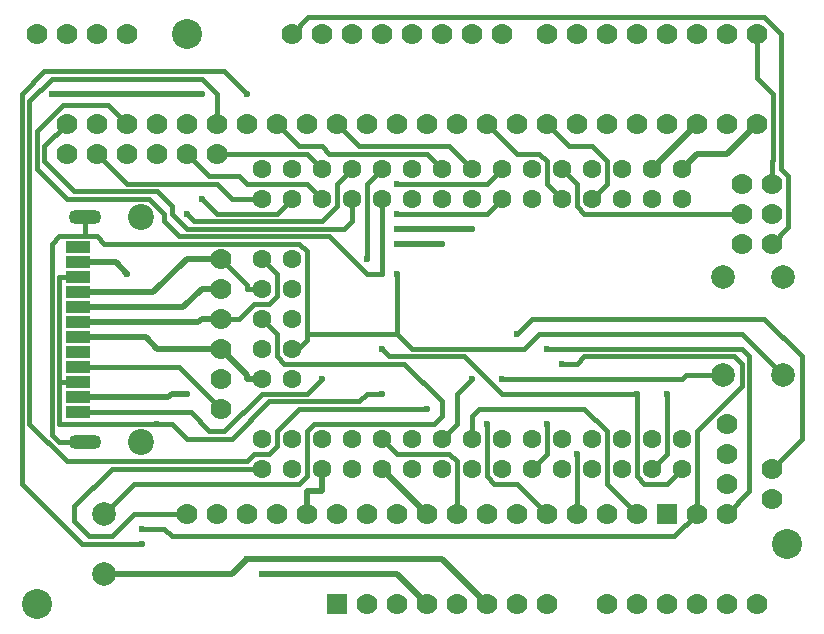
<source format=gbr>
G04 GERBER ASCII OUTPUT FROM: EDWINXP (VER. 1.61 REV. 20080915)*
G04 GERBER FORMAT: RX-274-X*
G04 BOARD: AMICUS_ETHERNET_SHIELD*
G04 ARTWORK OF SOLD.LAYER POSITIVE*
%ASAXBY*%
%FSLAX23Y23*%
%MIA0B0*%
%MOIN*%
%OFA0.0000B0.0000*%
%SFA1B1*%
%IJA0B0*%
%INLAYER29POS*%
%IOA0B0*%
%IPPOS*%
%IR0*%
G04 APERTURE MACROS*
%AMEDWDONUT*
1,1,$1,$2,$3*
1,0,$4,$2,$3*
%
%AMEDWFRECT*
20,1,$1,$2,$3,$4,$5,$6*
%
%AMEDWORECT*
20,1,$1,$2,$3,$4,$5,$10*
20,1,$1,$4,$5,$6,$7,$10*
20,1,$1,$6,$7,$8,$9,$10*
20,1,$1,$8,$9,$2,$3,$10*
1,1,$1,$2,$3*
1,1,$1,$4,$5*
1,1,$1,$6,$7*
1,1,$1,$8,$9*
%
%AMEDWLINER*
20,1,$1,$2,$3,$4,$5,$6*
1,1,$1,$2,$3*
1,1,$1,$4,$5*
%
%AMEDWFTRNG*
4,1,3,$1,$2,$3,$4,$5,$6,$7,$8,$9*
%
%AMEDWATRNG*
4,1,3,$1,$2,$3,$4,$5,$6,$7,$8,$9*
20,1,$11,$1,$2,$3,$4,$10*
20,1,$11,$3,$4,$5,$6,$10*
20,1,$11,$5,$6,$7,$8,$10*
1,1,$11,$3,$4*
1,1,$11,$5,$6*
1,1,$11,$7,$8*
%
%AMEDWOTRNG*
20,1,$1,$2,$3,$4,$5,$8*
20,1,$1,$4,$5,$6,$7,$8*
20,1,$1,$6,$7,$2,$3,$8*
1,1,$1,$2,$3*
1,1,$1,$4,$5*
1,1,$1,$6,$7*
%
G04*
G04 APERTURE LIST*
%ADD10R,0.0700X0.0650*%
%ADD11R,0.0940X0.0890*%
%ADD12R,0.0600X0.0550*%
%ADD13R,0.0840X0.0790*%
%ADD14R,0.0650X0.0700*%
%ADD15R,0.0890X0.0940*%
%ADD16R,0.0550X0.0600*%
%ADD17R,0.0790X0.0840*%
%ADD18R,0.0860X0.0860*%
%ADD19R,0.1100X0.1100*%
%ADD20R,0.0700X0.0700*%
%ADD21R,0.0940X0.0940*%
%ADD22R,0.08661X0.04724*%
%ADD23R,0.11061X0.07124*%
%ADD24R,0.07874X0.03937*%
%ADD25R,0.10274X0.06337*%
%ADD26EDWLINER,0.05512X0.0315X0.0000X-0.0315X0.0000X0.0000*%
%ADD27EDWLINER,0.05512X-0.0315X0.0000X0.0315X0.0000X0.0000*%
%ADD28EDWLINER,0.04724X0.0315X0.0000X-0.0315X0.0000X0.0000*%
%ADD29EDWLINER,0.04724X-0.0315X0.0000X0.0315X0.0000X0.0000*%
%ADD30C,0.00039*%
%ADD32C,0.0010*%
%ADD34C,0.00118*%
%ADD36C,0.00197*%
%ADD38C,0.0020*%
%ADD39R,0.0020X0.0020*%
%ADD40C,0.0030*%
%ADD41R,0.0030X0.0030*%
%ADD42C,0.00394*%
%ADD44C,0.0040*%
%ADD45R,0.0040X0.0040*%
%ADD46C,0.0050*%
%ADD47R,0.0050X0.0050*%
%ADD48C,0.00512*%
%ADD49R,0.00512X0.00512*%
%ADD50C,0.00591*%
%ADD51R,0.00591X0.00591*%
%ADD52C,0.00659*%
%ADD53R,0.00659X0.00659*%
%ADD54C,0.00787*%
%ADD55R,0.00787X0.00787*%
%ADD56C,0.00799*%
%ADD58C,0.0080*%
%ADD60C,0.00886*%
%ADD61R,0.00886X0.00886*%
%ADD62C,0.00984*%
%ADD63R,0.00984X0.00984*%
%ADD64C,0.0100*%
%ADD65R,0.0100X0.0100*%
%ADD66C,0.01181*%
%ADD67R,0.01181X0.01181*%
%ADD68C,0.0120*%
%ADD70C,0.0126*%
%ADD71R,0.0126X0.0126*%
%ADD72C,0.0130*%
%ADD73R,0.0130X0.0130*%
%ADD74C,0.01378*%
%ADD75R,0.01378X0.01378*%
%ADD76C,0.0150*%
%ADD77R,0.0150X0.0150*%
%ADD78C,0.01575*%
%ADD80C,0.01654*%
%ADD81R,0.01654X0.01654*%
%ADD82C,0.01698*%
%ADD83R,0.01698X0.01698*%
%ADD84C,0.01797*%
%ADD85R,0.01797X0.01797*%
%ADD86C,0.01895*%
%ADD87R,0.01895X0.01895*%
%ADD88C,0.01969*%
%ADD89R,0.01969X0.01969*%
%ADD90C,0.01994*%
%ADD91R,0.01994X0.01994*%
%ADD92C,0.0200*%
%ADD94C,0.02092*%
%ADD95R,0.02092X0.02092*%
%ADD96C,0.02191*%
%ADD97R,0.02191X0.02191*%
%ADD98C,0.02289*%
%ADD99R,0.02289X0.02289*%
%ADD100C,0.02362*%
%ADD101R,0.02362X0.02362*%
%ADD102C,0.02387*%
%ADD103R,0.02387X0.02387*%
%ADD104C,0.0240*%
%ADD105R,0.0240X0.0240*%
%ADD106C,0.02439*%
%ADD107R,0.02439X0.02439*%
%ADD108C,0.02441*%
%ADD109R,0.02441X0.02441*%
%ADD110C,0.02486*%
%ADD111R,0.02486X0.02486*%
%ADD112C,0.0250*%
%ADD113R,0.0250X0.0250*%
%ADD114C,0.02597*%
%ADD116C,0.02683*%
%ADD117R,0.02683X0.02683*%
%ADD118C,0.02756*%
%ADD119R,0.02756X0.02756*%
%ADD120C,0.02781*%
%ADD121R,0.02781X0.02781*%
%ADD122C,0.02794*%
%ADD124C,0.0288*%
%ADD125R,0.0288X0.0288*%
%ADD126C,0.0290*%
%ADD128C,0.02912*%
%ADD129R,0.02912X0.02912*%
%ADD130C,0.03059*%
%ADD131R,0.03059X0.03059*%
%ADD132C,0.03076*%
%ADD133R,0.03076X0.03076*%
%ADD134C,0.0315*%
%ADD135R,0.0315X0.0315*%
%ADD136C,0.03175*%
%ADD137R,0.03175X0.03175*%
%ADD138C,0.03199*%
%ADD139R,0.03199X0.03199*%
%ADD140C,0.0320*%
%ADD141R,0.0320X0.0320*%
%ADD142C,0.03273*%
%ADD143R,0.03273X0.03273*%
%ADD144C,0.03372*%
%ADD145R,0.03372X0.03372*%
%ADD146C,0.03386*%
%ADD147R,0.03386X0.03386*%
%ADD148C,0.0347*%
%ADD149R,0.0347X0.0347*%
%ADD150C,0.0350*%
%ADD151R,0.0350X0.0350*%
%ADD152C,0.03536*%
%ADD153R,0.03536X0.03536*%
%ADD154C,0.03569*%
%ADD155R,0.03569X0.03569*%
%ADD156C,0.03581*%
%ADD157R,0.03581X0.03581*%
%ADD158C,0.0360*%
%ADD160C,0.03667*%
%ADD161R,0.03667X0.03667*%
%ADD162C,0.0370*%
%ADD163R,0.0370X0.0370*%
%ADD164C,0.03765*%
%ADD165R,0.03765X0.03765*%
%ADD166C,0.03778*%
%ADD167R,0.03778X0.03778*%
%ADD168C,0.03864*%
%ADD169R,0.03864X0.03864*%
%ADD170C,0.0390*%
%ADD171R,0.0390X0.0390*%
%ADD172C,0.03937*%
%ADD173R,0.03937X0.03937*%
%ADD174C,0.03975*%
%ADD176C,0.0400*%
%ADD177R,0.0400X0.0400*%
%ADD178C,0.04159*%
%ADD179R,0.04159X0.04159*%
%ADD180C,0.04173*%
%ADD181R,0.04173X0.04173*%
%ADD182C,0.04331*%
%ADD183R,0.04331X0.04331*%
%ADD184C,0.04356*%
%ADD185R,0.04356X0.04356*%
%ADD186C,0.04369*%
%ADD187R,0.04369X0.04369*%
%ADD188C,0.0440*%
%ADD190C,0.04454*%
%ADD191R,0.04454X0.04454*%
%ADD192C,0.0450*%
%ADD193R,0.0450X0.0450*%
%ADD194C,0.04553*%
%ADD195R,0.04553X0.04553*%
%ADD196C,0.04651*%
%ADD197R,0.04651X0.04651*%
%ADD198C,0.0470*%
%ADD199R,0.0470X0.0470*%
%ADD200C,0.04724*%
%ADD201R,0.04724X0.04724*%
%ADD202C,0.0475*%
%ADD203R,0.0475X0.0475*%
%ADD204C,0.04762*%
%ADD205R,0.04762X0.04762*%
%ADD206C,0.0480*%
%ADD207R,0.0480X0.0480*%
%ADD208C,0.0490*%
%ADD209R,0.0490X0.0490*%
%ADD210C,0.04921*%
%ADD211R,0.04921X0.04921*%
%ADD212C,0.04946*%
%ADD213R,0.04946X0.04946*%
%ADD214C,0.04961*%
%ADD215R,0.04961X0.04961*%
%ADD216C,0.0500*%
%ADD217R,0.0500X0.0500*%
%ADD218C,0.05045*%
%ADD219R,0.05045X0.05045*%
%ADD220C,0.05118*%
%ADD221R,0.05118X0.05118*%
%ADD222C,0.05143*%
%ADD223R,0.05143X0.05143*%
%ADD224C,0.05354*%
%ADD225R,0.05354X0.05354*%
%ADD226C,0.0550*%
%ADD227R,0.0550X0.0550*%
%ADD228C,0.05512*%
%ADD229R,0.05512X0.05512*%
%ADD230C,0.0555*%
%ADD231R,0.0555X0.0555*%
%ADD232C,0.0560*%
%ADD233R,0.0560X0.0560*%
%ADD234C,0.05635*%
%ADD235R,0.05635X0.05635*%
%ADD236C,0.0570*%
%ADD237R,0.0570X0.0570*%
%ADD238C,0.05734*%
%ADD239R,0.05734X0.05734*%
%ADD240C,0.05786*%
%ADD241R,0.05786X0.05786*%
%ADD242C,0.0580*%
%ADD243R,0.0580X0.0580*%
%ADD244C,0.0590*%
%ADD245R,0.0590X0.0590*%
%ADD246C,0.05906*%
%ADD247R,0.05906X0.05906*%
%ADD248C,0.05936*%
%ADD249R,0.05936X0.05936*%
%ADD250C,0.05945*%
%ADD251R,0.05945X0.05945*%
%ADD252C,0.0600*%
%ADD253R,0.0600X0.0600*%
%ADD254C,0.0620*%
%ADD256C,0.06201*%
%ADD258C,0.06299*%
%ADD259R,0.06299X0.06299*%
%ADD260C,0.06337*%
%ADD261R,0.06337X0.06337*%
%ADD262C,0.0640*%
%ADD263R,0.0640X0.0640*%
%ADD264C,0.06496*%
%ADD265R,0.06496X0.06496*%
%ADD266C,0.0650*%
%ADD267R,0.0650X0.0650*%
%ADD268C,0.06521*%
%ADD269R,0.06521X0.06521*%
%ADD270C,0.0662*%
%ADD271R,0.0662X0.0662*%
%ADD272C,0.06693*%
%ADD273R,0.06693X0.06693*%
%ADD274C,0.06731*%
%ADD275R,0.06731X0.06731*%
%ADD276C,0.0690*%
%ADD277R,0.0690X0.0690*%
%ADD278C,0.06906*%
%ADD279R,0.06906X0.06906*%
%ADD280C,0.0700*%
%ADD281R,0.0700X0.0700*%
%ADD282C,0.07008*%
%ADD283R,0.07008X0.07008*%
%ADD284C,0.07087*%
%ADD285R,0.07087X0.07087*%
%ADD286C,0.0710*%
%ADD287R,0.0710X0.0710*%
%ADD288C,0.07124*%
%ADD289R,0.07124X0.07124*%
%ADD290C,0.0720*%
%ADD291R,0.0720X0.0720*%
%ADD292C,0.07299*%
%ADD293R,0.07299X0.07299*%
%ADD294C,0.0740*%
%ADD295R,0.0740X0.0740*%
%ADD296C,0.0748*%
%ADD297R,0.0748X0.0748*%
%ADD298C,0.0750*%
%ADD299R,0.0750X0.0750*%
%ADD300C,0.07518*%
%ADD301R,0.07518X0.07518*%
%ADD302C,0.07598*%
%ADD304C,0.0760*%
%ADD305R,0.0760X0.0760*%
%ADD306C,0.07754*%
%ADD307R,0.07754X0.07754*%
%ADD308C,0.07795*%
%ADD309R,0.07795X0.07795*%
%ADD310C,0.07874*%
%ADD311R,0.07874X0.07874*%
%ADD312C,0.0790*%
%ADD313R,0.0790X0.0790*%
%ADD314C,0.07912*%
%ADD315R,0.07912X0.07912*%
%ADD316C,0.0800*%
%ADD317R,0.0800X0.0800*%
%ADD318C,0.0810*%
%ADD319R,0.0810X0.0810*%
%ADD320C,0.0820*%
%ADD321R,0.0820X0.0820*%
%ADD322C,0.08268*%
%ADD323R,0.08268X0.08268*%
%ADD324C,0.08306*%
%ADD325R,0.08306X0.08306*%
%ADD326C,0.08345*%
%ADD327R,0.08345X0.08345*%
%ADD328C,0.0840*%
%ADD329R,0.0840X0.0840*%
%ADD330C,0.08598*%
%ADD332C,0.0860*%
%ADD333R,0.0860X0.0860*%
%ADD334C,0.08601*%
%ADD336C,0.08661*%
%ADD337R,0.08661X0.08661*%
%ADD338C,0.08699*%
%ADD339R,0.08699X0.08699*%
%ADD340C,0.0870*%
%ADD341R,0.0870X0.0870*%
%ADD342C,0.08896*%
%ADD343R,0.08896X0.08896*%
%ADD344C,0.0890*%
%ADD345R,0.0890X0.0890*%
%ADD346C,0.0900*%
%ADD347R,0.0900X0.0900*%
%ADD348C,0.09093*%
%ADD349R,0.09093X0.09093*%
%ADD350C,0.0940*%
%ADD351R,0.0940X0.0940*%
%ADD352C,0.09449*%
%ADD354C,0.09487*%
%ADD356C,0.09528*%
%ADD357R,0.09528X0.09528*%
%ADD358C,0.0970*%
%ADD359R,0.0970X0.0970*%
%ADD360C,0.09843*%
%ADD361R,0.09843X0.09843*%
%ADD362C,0.0988*%
%ADD363R,0.0988X0.0988*%
%ADD364C,0.0990*%
%ADD365R,0.0990X0.0990*%
%ADD366C,0.09998*%
%ADD368C,0.1000*%
%ADD369R,0.1000X0.1000*%
%ADD370C,0.10236*%
%ADD371R,0.10236X0.10236*%
%ADD372C,0.10274*%
%ADD373R,0.10274X0.10274*%
%ADD374C,0.10315*%
%ADD375R,0.10315X0.10315*%
%ADD376C,0.1040*%
%ADD377R,0.1040X0.1040*%
%ADD378C,0.1063*%
%ADD379R,0.1063X0.1063*%
%ADD380C,0.10668*%
%ADD381R,0.10668X0.10668*%
%ADD382C,0.10998*%
%ADD384C,0.1100*%
%ADD385R,0.1100X0.1100*%
%ADD386C,0.11024*%
%ADD387R,0.11024X0.11024*%
%ADD388C,0.11061*%
%ADD389R,0.11061X0.11061*%
%ADD390C,0.1110*%
%ADD391R,0.1110X0.1110*%
%ADD392C,0.1120*%
%ADD393R,0.1120X0.1120*%
%ADD394C,0.1140*%
%ADD395R,0.1140X0.1140*%
%ADD396C,0.1150*%
%ADD397R,0.1150X0.1150*%
%ADD398C,0.11811*%
%ADD399R,0.11811X0.11811*%
%ADD400C,0.1200*%
%ADD401R,0.1200X0.1200*%
%ADD402C,0.1210*%
%ADD403R,0.1210X0.1210*%
%ADD404C,0.12243*%
%ADD405R,0.12243X0.12243*%
%ADD406C,0.1240*%
%ADD407R,0.1240X0.1240*%
%ADD408C,0.1250*%
%ADD409R,0.1250X0.1250*%
%ADD410C,0.12598*%
%ADD411R,0.12598X0.12598*%
%ADD412C,0.12636*%
%ADD413R,0.12636X0.12636*%
%ADD414C,0.12992*%
%ADD415R,0.12992X0.12992*%
%ADD416C,0.1300*%
%ADD417R,0.1300X0.1300*%
%ADD418C,0.1340*%
%ADD419R,0.1340X0.1340*%
%ADD420C,0.1350*%
%ADD421R,0.1350X0.1350*%
%ADD422C,0.1378*%
%ADD423R,0.1378X0.1378*%
%ADD424C,0.13787*%
%ADD425R,0.13787X0.13787*%
%ADD426C,0.1390*%
%ADD427R,0.1390X0.1390*%
%ADD428C,0.1420*%
%ADD429R,0.1420X0.1420*%
%ADD430C,0.1440*%
%ADD431R,0.1440X0.1440*%
%ADD432C,0.14567*%
%ADD433R,0.14567X0.14567*%
%ADD434C,0.1490*%
%ADD435R,0.1490X0.1490*%
%ADD436C,0.14961*%
%ADD437R,0.14961X0.14961*%
%ADD438C,0.15118*%
%ADD439R,0.15118X0.15118*%
%ADD440C,0.1520*%
%ADD441R,0.1520X0.1520*%
%ADD442C,0.15354*%
%ADD443R,0.15354X0.15354*%
%ADD444C,0.15374*%
%ADD445R,0.15374X0.15374*%
%ADD446C,0.1540*%
%ADD447R,0.1540X0.1540*%
%ADD448C,0.1560*%
%ADD449R,0.1560X0.1560*%
%ADD450C,0.15748*%
%ADD451R,0.15748X0.15748*%
%ADD452C,0.1590*%
%ADD453R,0.1590X0.1590*%
%ADD454C,0.1618*%
%ADD455R,0.1618X0.1618*%
%ADD456C,0.16187*%
%ADD457R,0.16187X0.16187*%
%ADD458C,0.16535*%
%ADD459R,0.16535X0.16535*%
%ADD460C,0.1660*%
%ADD461R,0.1660X0.1660*%
%ADD462C,0.1700*%
%ADD463R,0.1700X0.1700*%
%ADD464C,0.17323*%
%ADD466C,0.1760*%
%ADD467R,0.1760X0.1760*%
%ADD468C,0.17774*%
%ADD469R,0.17774X0.17774*%
%ADD470C,0.1800*%
%ADD471R,0.1800X0.1800*%
%ADD472C,0.18148*%
%ADD473R,0.18148X0.18148*%
%ADD474C,0.18504*%
%ADD476C,0.18898*%
%ADD478C,0.18935*%
%ADD479R,0.18935X0.18935*%
%ADD480C,0.1940*%
%ADD481R,0.1940X0.1940*%
%ADD482C,0.19685*%
%ADD483R,0.19685X0.19685*%
%ADD484C,0.20472*%
%ADD485R,0.20472X0.20472*%
%ADD486C,0.20904*%
%ADD488C,0.2126*%
%ADD490C,0.21298*%
%ADD492C,0.22085*%
%ADD493R,0.22085X0.22085*%
%ADD494C,0.22835*%
%ADD497R,0.22872X0.22872*%
%ADD499R,0.23622X0.23622*%
%ADD501R,0.24409X0.24409*%
%ADD503R,0.24937X0.24937*%
%ADD505R,0.26022X0.26022*%
%ADD507R,0.26142X0.26142*%
%ADD509R,0.26929X0.26929*%
%ADD511R,0.27337X0.27337*%
%ADD513R,0.31496X0.31496*%
%ADD515R,0.32811X0.32811*%
%ADD517R,0.33896X0.33896*%
%ADD519R,0.35211X0.35211*%
%ADD521R,0.35433X0.35433*%
%ADD523R,0.3622X0.3622*%
%ADD525R,0.37833X0.37833*%
%ADD527R,0.3862X0.3862*%
%ADD529R,0.4100X0.4100*%
%ADD531R,0.4200X0.4200*%
%ADD533R,0.4340X0.4340*%
%ADD535R,0.4440X0.4440*%
%ADD536C,0.5440*%
%ADD537R,0.5440X0.5440*%
%ADD538C,0.6440*%
%ADD539R,0.6440X0.6440*%
%ADD540C,0.7440*%
%ADD541R,0.7440X0.7440*%
%ADD542C,0.8440*%
%ADD543R,0.8440X0.8440*%
%ADD544C,0.9440*%
%ADD545R,0.9440X0.9440*%
%ADD546C,1.0440*%
%ADD547R,1.0440X1.0440*%
%ADD548C,1.1440*%
%ADD549R,1.1440X1.1440*%
%ADD550C,1.2440*%
%ADD551R,1.2440X1.2440*%
%ADD552C,1.3440*%
%ADD553R,1.3440X1.3440*%
%ADD554C,1.4440*%
%ADD555R,1.4440X1.4440*%
%ADD556C,1.5440*%
%ADD557R,1.5440X1.5440*%
%ADD558C,1.6440*%
%ADD559R,1.6440X1.6440*%
%ADD560C,1.7440*%
%ADD561R,1.7440X1.7440*%
%ADD562C,1.8440*%
%ADD563R,1.8440X1.8440*%
%ADD564C,1.9440*%
%ADD565R,1.9440X1.9440*%
G04*
D258*
X2250Y1550D02*D03*
X2250Y1450D02*D03*
X2150Y1550D02*D03*
X2150Y1450D02*D03*
X2050Y1550D02*D03*
X2050Y1450D02*D03*
X1950Y1550D02*D03*
X1950Y1450D02*D03*
X1850Y1550D02*D03*
X1850Y1450D02*D03*
X1750Y1550D02*D03*
X1750Y1450D02*D03*
X1650Y1550D02*D03*
X1650Y1450D02*D03*
X1550Y1550D02*D03*
X1550Y1450D02*D03*
X1450Y1550D02*D03*
X1450Y1450D02*D03*
X1350Y1550D02*D03*
X1350Y1450D02*D03*
X1250Y1550D02*D03*
X1250Y1450D02*D03*
X1150Y1550D02*D03*
X1150Y1450D02*D03*
X1050Y1550D02*D03*
X1050Y1450D02*D03*
X950Y1550D02*D03*
X950Y1450D02*D03*
X850Y1550D02*D03*
X850Y1450D02*D03*
X850Y650D02*D03*
X850Y550D02*D03*
X950Y650D02*D03*
X950Y550D02*D03*
X1050Y650D02*D03*
X1050Y550D02*D03*
X1150Y650D02*D03*
X1150Y550D02*D03*
X1250Y650D02*D03*
X1250Y550D02*D03*
X1350Y650D02*D03*
X1350Y550D02*D03*
X1450Y650D02*D03*
X1450Y550D02*D03*
X1550Y650D02*D03*
X1550Y550D02*D03*
X1650Y650D02*D03*
X1650Y550D02*D03*
X1750Y650D02*D03*
X1750Y550D02*D03*
X1850Y650D02*D03*
X1850Y550D02*D03*
X1950Y650D02*D03*
X1950Y550D02*D03*
X2050Y650D02*D03*
X2050Y550D02*D03*
X2150Y650D02*D03*
X2150Y550D02*D03*
X2250Y650D02*D03*
X2250Y550D02*D03*
X850Y1250D02*D03*
X950Y1250D02*D03*
X850Y1150D02*D03*
X950Y1150D02*D03*
X850Y1050D02*D03*
X950Y1050D02*D03*
X850Y950D02*D03*
X950Y950D02*D03*
X850Y850D02*D03*
X950Y850D02*D03*
D280*
X2550Y1300D02*D03*
X2550Y1400D02*D03*
X2550Y1500D02*D03*
X2500Y1700D02*D03*
X2400Y1700D02*D03*
X2300Y1700D02*D03*
X2200Y1700D02*D03*
X2100Y1700D02*D03*
X2000Y1700D02*D03*
X1900Y1700D02*D03*
X1800Y1700D02*D03*
X1300Y400D02*D03*
X1200Y400D02*D03*
X1100Y400D02*D03*
X1000Y400D02*D03*
X900Y400D02*D03*
X800Y400D02*D03*
X700Y400D02*D03*
X600Y400D02*D03*
X900Y1700D02*D03*
X800Y1700D02*D03*
X700Y1700D02*D03*
X600Y1700D02*D03*
X500Y1700D02*D03*
X400Y1700D02*D03*
X300Y1700D02*D03*
X200Y1700D02*D03*
X1700Y1700D02*D03*
X1600Y1700D02*D03*
X1500Y1700D02*D03*
X1400Y1700D02*D03*
X1300Y1700D02*D03*
X1200Y1700D02*D03*
X1100Y1700D02*D03*
X1000Y1700D02*D03*
X2000Y100D02*D03*
X2100Y100D02*D03*
X2200Y100D02*D03*
X2300Y100D02*D03*
X2400Y100D02*D03*
X2500Y100D02*D03*
X950Y2000D02*D03*
X1050Y2000D02*D03*
X1150Y2000D02*D03*
X1250Y2000D02*D03*
X1350Y2000D02*D03*
X1450Y2000D02*D03*
X1550Y2000D02*D03*
X1650Y2000D02*D03*
X1300Y100D02*D03*
X1400Y100D02*D03*
X1500Y100D02*D03*
X1600Y100D02*D03*
X1700Y100D02*D03*
X1800Y100D02*D03*
X1800Y2000D02*D03*
X1900Y2000D02*D03*
X2000Y2000D02*D03*
X2100Y2000D02*D03*
X2200Y2000D02*D03*
X2300Y2000D02*D03*
X2400Y2000D02*D03*
X2500Y2000D02*D03*
X2100Y400D02*D03*
X2000Y400D02*D03*
X1900Y400D02*D03*
X1800Y400D02*D03*
X1700Y400D02*D03*
X1600Y400D02*D03*
X1500Y400D02*D03*
X1400Y400D02*D03*
D20* 
X2200Y400D02*D03*
D280*
X2300Y400D02*D03*
X2550Y550D02*D03*
X2550Y450D02*D03*
X713Y750D02*D03*
X713Y850D02*D03*
X713Y950D02*D03*
X713Y1050D02*D03*
X713Y1150D02*D03*
X713Y1250D02*D03*
D310*
X325Y400D02*D03*
X325Y200D02*D03*
D280*
X2400Y700D02*D03*
X2400Y600D02*D03*
X2400Y500D02*D03*
X2400Y400D02*D03*
D24* 
X238Y1288D02*D03*
X238Y1238D02*D03*
X238Y1188D02*D03*
X238Y1138D02*D03*
X238Y1088D02*D03*
X238Y1038D02*D03*
X238Y988D02*D03*
X238Y938D02*D03*
X238Y888D02*D03*
X238Y838D02*D03*
X238Y788D02*D03*
X238Y738D02*D03*
D336*
X446Y1388D02*D03*
X446Y638D02*D03*
D28* 
X261Y1388D02*D03*
X261Y638D02*D03*
D280*
X200Y1600D02*D03*
X300Y1600D02*D03*
X400Y1600D02*D03*
X500Y1600D02*D03*
X600Y1600D02*D03*
X700Y1600D02*D03*
X2450Y1300D02*D03*
X2450Y1400D02*D03*
X2450Y1500D02*D03*
D310*
X2388Y863D02*D03*
X2588Y863D02*D03*
X2588Y1188D02*D03*
X2388Y1188D02*D03*
D280*
X100Y2000D02*D03*
X200Y2000D02*D03*
X300Y2000D02*D03*
X400Y2000D02*D03*
D368*
X600Y2000D02*D03*
X100Y100D02*D03*
D20* 
X1100Y100D02*D03*
D280*
X1200Y100D02*D03*
D368*
X2600Y300D02*D03*
D100*
X1200Y1250D02*D03*
X1400Y750D02*D03*
X1450Y1300D02*D03*
X1300Y1300D02*D03*
X450Y350D02*D03*
X400Y1200D02*D03*
X1850Y900D02*D03*
X1050Y850D02*D03*
X1250Y950D02*D03*
X1250Y800D02*D03*
X850Y200D02*D03*
X2100Y800D02*D03*
X500Y700D02*D03*
X800Y250D02*D03*
X1300Y1200D02*D03*
X1550Y1350D02*D03*
X1300Y1350D02*D03*
X450Y300D02*D03*
X800Y1800D02*D03*
X650Y1800D02*D03*
X150Y1800D02*D03*
X650Y1450D02*D03*
X1300Y1400D02*D03*
X1300Y1500D02*D03*
X1650Y850D02*D03*
X600Y800D02*D03*
X2200Y800D02*D03*
X1600Y700D02*D03*
X1550Y850D02*D03*
X1900Y600D02*D03*
X600Y1400D02*D03*
X1700Y1000D02*D03*
X1800Y700D02*D03*
X1800Y950D02*D03*
D92* 
X325Y200D02*
X750Y200D01*
X800Y250D01*
X1600Y100D02*
X1450Y250D01*
X800Y250D01*
D78* 
X261Y1325D02*
X261Y1388D01*
X950Y950D02*
X969Y950D01*
X1000Y981D01*
X1000Y1000D01*
X1300Y1200D02*
X1300Y1000D01*
X2588Y863D02*
X2451Y1000D01*
X1775Y1000D01*
X1725Y950D01*
X1350Y950D01*
X1300Y1000D01*
X261Y638D02*
X175Y638D01*
X150Y663D01*
X150Y1300D01*
X175Y1325D01*
X261Y1325D01*
X1000Y1000D02*
X1000Y1275D01*
X974Y1301D01*
X325Y1301D01*
X301Y1325D01*
X261Y1325D01*
X1000Y1000D02*
X1300Y1000D01*
D92* 
X713Y1150D02*
X650Y1150D01*
X588Y1088D01*
X238Y1088D01*
D78* 
X2100Y800D02*
X2100Y525D01*
X2125Y500D01*
X2200Y500D01*
X2250Y550D01*
X2100Y800D02*
X1650Y800D01*
X1525Y925D01*
X1275Y925D01*
X1250Y950D01*
X500Y700D02*
X550Y700D01*
X600Y650D01*
X750Y650D01*
X875Y775D01*
X1175Y775D01*
X1200Y800D01*
X1250Y800D01*
X175Y838D02*
X238Y838D01*
D92* 
X1400Y100D02*
X1300Y200D01*
X850Y200D01*
D78* 
X500Y700D02*
X175Y700D01*
X175Y838D01*
X175Y1188D01*
X238Y1188D01*
X600Y400D02*
X425Y400D01*
X350Y325D01*
X275Y325D01*
X225Y375D01*
X225Y425D01*
X350Y550D01*
X850Y550D01*
D92* 
X1050Y550D02*
X1050Y475D01*
X1000Y475D01*
X1000Y400D01*
D78* 
X2300Y400D02*
X2225Y325D01*
X550Y325D01*
X525Y350D01*
X450Y350D01*
D92* 
X400Y1200D02*
X363Y1238D01*
X238Y1238D01*
D78* 
X2300Y400D02*
X2300Y675D01*
X2450Y825D01*
X2450Y900D01*
X2425Y925D01*
X1925Y925D01*
X1900Y900D01*
X1850Y900D01*
X2100Y400D02*
X2000Y500D01*
X2000Y675D01*
X1925Y750D01*
X1575Y750D01*
X1550Y725D01*
X1550Y650D01*
X1050Y850D02*
X1000Y800D01*
X850Y800D01*
X725Y675D01*
X675Y675D01*
X613Y738D01*
X238Y738D01*
X1550Y850D02*
X1500Y800D01*
X1500Y700D01*
X1450Y650D01*
X1900Y600D02*
X1900Y400D01*
X600Y1400D02*
X625Y1375D01*
X1050Y1375D01*
X1100Y1425D01*
X1100Y1500D01*
X1150Y1550D01*
X1250Y1450D02*
X1250Y1200D01*
X1200Y1200D01*
X1075Y1325D01*
X575Y1325D01*
X525Y1375D01*
X525Y1400D01*
X475Y1450D01*
X200Y1450D01*
X100Y1550D01*
X100Y1675D01*
X187Y1762D01*
X338Y1762D01*
X400Y1700D01*
X1200Y1250D02*
X1200Y1500D01*
X1250Y1550D01*
X1400Y750D02*
X975Y750D01*
X900Y675D01*
X900Y625D01*
X875Y600D01*
X825Y600D01*
X800Y575D01*
X200Y575D01*
X75Y700D01*
X75Y1775D01*
X150Y1850D01*
X650Y1850D01*
X700Y1800D01*
X700Y1700D01*
D92* 
X1450Y1300D02*
X1300Y1300D01*
D78* 
X1450Y1550D02*
X1400Y1600D01*
X1075Y1600D01*
X1050Y1625D01*
X975Y1625D01*
X900Y1700D01*
X1650Y850D02*
X2250Y850D01*
X2263Y863D01*
X2388Y863D01*
D92* 
X600Y800D02*
X550Y800D01*
X538Y788D01*
X238Y788D01*
D78* 
X2200Y800D02*
X2200Y600D01*
X2150Y550D01*
X713Y750D02*
X575Y888D01*
X238Y888D01*
D92* 
X713Y950D02*
X800Y863D01*
X800Y850D01*
X850Y850D01*
X713Y950D02*
X500Y950D01*
X463Y988D01*
X238Y988D01*
D78* 
X713Y1050D02*
X775Y1050D01*
X825Y1100D01*
X875Y1100D01*
X900Y1125D01*
X900Y1200D01*
X850Y1250D01*
D92* 
X713Y1050D02*
X650Y1050D01*
X638Y1038D01*
X238Y1038D01*
D78* 
X713Y1250D02*
X800Y1163D01*
X800Y1150D01*
X850Y1150D01*
D92* 
X713Y1250D02*
X600Y1250D01*
X488Y1138D01*
X238Y1138D01*
D78* 
X1600Y700D02*
X1600Y525D01*
X1625Y500D01*
X1700Y500D01*
X1800Y400D01*
X1300Y1500D02*
X1600Y1500D01*
X1650Y1550D01*
X1050Y1550D02*
X1000Y1600D01*
X700Y1600D01*
X1850Y1450D02*
X1800Y1500D01*
X1800Y1575D01*
X1775Y1600D01*
X1700Y1600D01*
X1600Y1700D01*
X1850Y1550D02*
X1900Y1500D01*
X1900Y1425D01*
X1925Y1400D01*
X2450Y1400D01*
X200Y1700D02*
X125Y1625D01*
X125Y1575D01*
X225Y1475D01*
X500Y1475D01*
X550Y1425D01*
X550Y1400D01*
X600Y1350D01*
X1125Y1350D01*
X1150Y1375D01*
X1150Y1450D01*
D92* 
X1400Y400D02*
X1250Y550D01*
D78* 
X1500Y400D02*
X1500Y575D01*
X1475Y600D01*
X1300Y600D01*
X1250Y650D01*
X2500Y2000D02*
X2500Y1854D01*
X2554Y1800D01*
X2554Y1579D01*
X2550Y1575D01*
X2550Y1500D01*
D92* 
X1550Y1350D02*
X1300Y1350D01*
D78* 
X450Y300D02*
X250Y300D01*
X50Y500D01*
X50Y1800D01*
X125Y1875D01*
X725Y1875D01*
X800Y1800D01*
D92* 
X650Y1800D02*
X150Y1800D01*
D78* 
X300Y1600D02*
X400Y1500D01*
X700Y1500D01*
X750Y1450D01*
X850Y1450D01*
X650Y1450D02*
X700Y1400D01*
X900Y1400D01*
X950Y1450D01*
X600Y1600D02*
X675Y1525D01*
X775Y1525D01*
X800Y1500D01*
X1000Y1500D01*
X1050Y1450D01*
X1550Y1550D02*
X1475Y1625D01*
X1175Y1625D01*
X1100Y1700D01*
X1300Y1400D02*
X1600Y1400D01*
X1650Y1450D01*
X325Y400D02*
X425Y500D01*
X975Y500D01*
X1000Y525D01*
X1000Y675D01*
X1025Y700D01*
X1425Y700D01*
X1450Y725D01*
X1450Y775D01*
X1325Y900D01*
X925Y900D01*
X900Y925D01*
X900Y1000D01*
X850Y1050D01*
X1800Y700D02*
X1800Y600D01*
X1750Y550D01*
X1800Y950D02*
X2450Y950D01*
X2475Y925D01*
X2475Y475D01*
X2400Y400D01*
X1950Y1450D02*
X2000Y1500D01*
X2000Y1575D01*
X1950Y1625D01*
X1875Y1625D01*
X1800Y1700D01*
D92* 
X2150Y1550D02*
X2300Y1700D01*
X2250Y1550D02*
X2300Y1600D01*
X2400Y1600D01*
X2500Y1700D01*
D78* 
X950Y2000D02*
X1005Y2055D01*
X2525Y2055D01*
X2581Y1999D01*
X2581Y1549D01*
X2605Y1525D01*
X2605Y1355D01*
X2550Y1300D01*
X1700Y1000D02*
X1750Y1050D01*
X2525Y1050D01*
X2650Y925D01*
X2650Y650D01*
X2550Y550D01*
M02*

</source>
